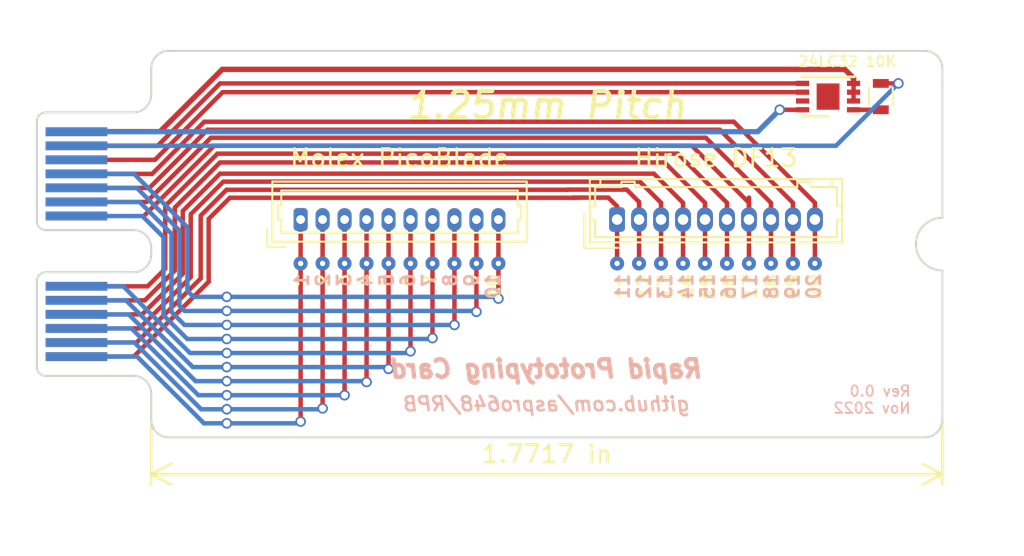
<source format=kicad_pcb>
(kicad_pcb (version 20171130) (host pcbnew "(5.1.10)-1")

  (general
    (thickness 1.6)
    (drawings 15)
    (tracks 208)
    (zones 0)
    (modules 7)
    (nets 27)
  )

  (page A)
  (title_block
    (title "Beetje 32U4 Blok")
    (date 2018-08-10)
    (rev 0.0)
    (company www.MakersBox.us)
    (comment 1 648.ken@gmail.com)
  )

  (layers
    (0 F.Cu signal)
    (31 B.Cu signal)
    (32 B.Adhes user)
    (33 F.Adhes user)
    (34 B.Paste user)
    (35 F.Paste user)
    (36 B.SilkS user)
    (37 F.SilkS user)
    (38 B.Mask user)
    (39 F.Mask user)
    (40 Dwgs.User user)
    (41 Cmts.User user hide)
    (42 Eco1.User user)
    (43 Eco2.User user)
    (44 Edge.Cuts user)
    (45 Margin user)
    (46 B.CrtYd user hide)
    (47 F.CrtYd user)
    (48 B.Fab user hide)
    (49 F.Fab user)
  )

  (setup
    (last_trace_width 0.254)
    (user_trace_width 0.3048)
    (user_trace_width 0.3556)
    (user_trace_width 0.4064)
    (user_trace_width 0.6096)
    (trace_clearance 0.2)
    (zone_clearance 0.35)
    (zone_45_only no)
    (trace_min 0.2)
    (via_size 0.6)
    (via_drill 0.4)
    (via_min_size 0.4)
    (via_min_drill 0.3)
    (uvia_size 0.3)
    (uvia_drill 0.1)
    (uvias_allowed no)
    (uvia_min_size 0.2)
    (uvia_min_drill 0.1)
    (edge_width 0.15)
    (segment_width 0.2)
    (pcb_text_width 0.3)
    (pcb_text_size 1.5 1.5)
    (mod_edge_width 0.15)
    (mod_text_size 1 1)
    (mod_text_width 0.15)
    (pad_size 0.5 3.500001)
    (pad_drill 0)
    (pad_to_mask_clearance 0)
    (aux_axis_origin 0 0)
    (visible_elements 7FFFFFFF)
    (pcbplotparams
      (layerselection 0x010f0_80000001)
      (usegerberextensions false)
      (usegerberattributes true)
      (usegerberadvancedattributes true)
      (creategerberjobfile true)
      (excludeedgelayer true)
      (linewidth 0.100000)
      (plotframeref false)
      (viasonmask false)
      (mode 1)
      (useauxorigin false)
      (hpglpennumber 1)
      (hpglpenspeed 20)
      (hpglpendiameter 15.000000)
      (psnegative false)
      (psa4output false)
      (plotreference true)
      (plotvalue true)
      (plotinvisibletext false)
      (padsonsilk false)
      (subtractmaskfromsilk false)
      (outputformat 1)
      (mirror false)
      (drillshape 0)
      (scaleselection 1)
      (outputdirectory "gerbers/"))
  )

  (net 0 "")
  (net 1 /10)
  (net 2 /01)
  (net 3 /02)
  (net 4 /04)
  (net 5 /05)
  (net 6 /06)
  (net 7 /07)
  (net 8 /08)
  (net 9 /09)
  (net 10 /11)
  (net 11 /12)
  (net 12 /13)
  (net 13 /14)
  (net 14 /15)
  (net 15 /16)
  (net 16 /17)
  (net 17 /18)
  (net 18 /19)
  (net 19 /20)
  (net 20 /03)
  (net 21 /D2_SDA)
  (net 22 GND)
  (net 23 /D3_SCL)
  (net 24 +5V)
  (net 25 /A)
  (net 26 "Net-(R1-Pad1)")

  (net_class Default "This is the default net class."
    (clearance 0.2)
    (trace_width 0.254)
    (via_dia 0.6)
    (via_drill 0.4)
    (uvia_dia 0.3)
    (uvia_drill 0.1)
    (add_net +5V)
    (add_net /01)
    (add_net /02)
    (add_net /03)
    (add_net /04)
    (add_net /05)
    (add_net /06)
    (add_net /07)
    (add_net /08)
    (add_net /09)
    (add_net /10)
    (add_net /11)
    (add_net /12)
    (add_net /13)
    (add_net /14)
    (add_net /15)
    (add_net /16)
    (add_net /17)
    (add_net /18)
    (add_net /19)
    (add_net /20)
    (add_net /A)
    (add_net /D2_SDA)
    (add_net /D3_SCL)
    (add_net GND)
    (add_net "Net-(R1-Pad1)")
  )

  (module Package_DFN_QFN:DFN-8-1EP_3x2mm_P0.5mm_EP1.3x1.5mm (layer F.Cu) (tedit 638826C0) (tstamp 63883CD4)
    (at 45 -18.5 180)
    (descr "8-Lead Plastic Dual Flat, No Lead Package (8MA2) - 2x3x0.6 mm Body [UDFN] (see Atmel-8815-SEEPROM-AT24CS01-02-Datasheet.pdf)")
    (tags "DFN 0.5")
    (path /63E7C52F)
    (attr smd)
    (fp_text reference U1 (at 0 -2.55 180) (layer F.SilkS) hide
      (effects (font (size 1 1) (thickness 0.15)))
    )
    (fp_text value 24LC32 (at 0 2 180) (layer F.SilkS)
      (effects (font (size 0.6 0.6) (thickness 0.1)))
    )
    (fp_line (start 0 -1.125) (end 1.5 -1.125) (layer F.SilkS) (width 0.15))
    (fp_line (start -1.5 1.125) (end 1.5 1.125) (layer F.SilkS) (width 0.15))
    (fp_line (start -2.1 1.3) (end 2.1 1.3) (layer F.CrtYd) (width 0.05))
    (fp_line (start -2.1 -1.3) (end 2.1 -1.3) (layer F.CrtYd) (width 0.05))
    (fp_line (start 2.1 -1.3) (end 2.1 1.3) (layer F.CrtYd) (width 0.05))
    (fp_line (start -2.1 -1.3) (end -2.1 1.3) (layer F.CrtYd) (width 0.05))
    (fp_line (start -1.5 0) (end -0.5 -1) (layer F.Fab) (width 0.15))
    (fp_line (start -1.5 1) (end -1.5 0) (layer F.Fab) (width 0.15))
    (fp_line (start 1.5 1) (end -1.5 1) (layer F.Fab) (width 0.15))
    (fp_line (start 1.5 -1) (end 1.5 1) (layer F.Fab) (width 0.15))
    (fp_line (start -0.5 -1) (end 1.5 -1) (layer F.Fab) (width 0.15))
    (fp_text user %R (at 0 0 270) (layer F.Fab)
      (effects (font (size 0.5 0.5) (thickness 0.075)))
    )
    (pad "" smd rect (at 0.325 0.375 180) (size 0.5 0.6) (layers F.Paste))
    (pad "" smd rect (at 0.325 -0.375 180) (size 0.5 0.6) (layers F.Paste))
    (pad "" smd rect (at -0.325 0.375 180) (size 0.5 0.6) (layers F.Paste))
    (pad "" smd rect (at -0.325 -0.375 180) (size 0.5 0.6) (layers F.Paste))
    (pad 9 smd rect (at 0 0 180) (size 1.3 1.5) (layers F.Cu F.Mask))
    (pad 8 smd rect (at 1.45 -0.75 180) (size 0.75 0.3) (layers F.Cu F.Paste F.Mask)
      (net 24 +5V))
    (pad 7 smd rect (at 1.45 -0.25 180) (size 0.75 0.3) (layers F.Cu F.Paste F.Mask))
    (pad 6 smd rect (at 1.45 0.25 180) (size 0.75 0.3) (layers F.Cu F.Paste F.Mask)
      (net 23 /D3_SCL))
    (pad 5 smd rect (at 1.45 0.75 180) (size 0.75 0.3) (layers F.Cu F.Paste F.Mask)
      (net 21 /D2_SDA))
    (pad 4 smd rect (at -1.45 0.75 180) (size 0.75 0.3) (layers F.Cu F.Paste F.Mask)
      (net 22 GND))
    (pad 3 smd rect (at -1.45 0.25 180) (size 0.75 0.3) (layers F.Cu F.Paste F.Mask)
      (net 22 GND))
    (pad 2 smd rect (at -1.45 -0.25 180) (size 0.75 0.3) (layers F.Cu F.Paste F.Mask)
      (net 22 GND))
    (pad 1 smd rect (at -1.45 -0.75 180) (size 0.75 0.3) (layers F.Cu F.Paste F.Mask)
      (net 26 "Net-(R1-Pad1)"))
    (model ${KISYS3DMOD}/Package_DFN_QFN.3dshapes/DFN-8-1EP_3x2mm_P0.5mm_EP1.3x1.5mm.wrl
      (at (xyz 0 0 0))
      (scale (xyz 1 1 1))
      (rotate (xyz 0 0 0))
    )
  )

  (module footprints:MEC8-113-CARD_2 locked (layer F.Cu) (tedit 637EA67F) (tstamp 6381DF90)
    (at 0 -0.1 90)
    (path /63771AB0)
    (fp_text reference X0 (at 4.375 -1.25 90) (layer F.Fab)
      (effects (font (size 1 1) (thickness 0.15)))
    )
    (fp_text value "Card Edge" (at 10.9 -1 90) (layer F.Fab)
      (effects (font (size 1 1) (thickness 0.15)))
    )
    (fp_line (start -1 47.5) (end -1 7.5) (layer Edge.Cuts) (width 0.12))
    (fp_line (start 21 7.5) (end 21 47.5) (layer Edge.Cuts) (width 0.12))
    (fp_line (start 11.5 51.5) (end 19 51.5) (layer Edge.Cuts) (width 0.12))
    (fp_line (start 8.5 51.5) (end 1 51.5) (layer Edge.Cuts) (width 0.12))
    (fp_line (start 10 11.5) (end 10 48.5) (layer Dwgs.User) (width 0.12))
    (fp_line (start 1 6.5) (end 1.5 6.5) (layer Edge.Cuts) (width 0.12))
    (fp_line (start 18.5 6.5) (end 19 6.5) (layer Edge.Cuts) (width 0.12))
    (fp_line (start 17.5 0.5) (end 17.5 5.5) (layer Edge.Cuts) (width 0.12))
    (fp_line (start 2.5 0.5) (end 2.5 5.5) (layer Edge.Cuts) (width 0.12))
    (fp_line (start 8.4 0.5) (end 8.4 5.5) (layer Edge.Cuts) (width 0.12))
    (fp_line (start 10.8 5.5) (end 10.8 0.5) (layer Edge.Cuts) (width 0.12))
    (fp_line (start 9.4 6.5) (end 9.8 6.5) (layer Edge.Cuts) (width 0.12))
    (fp_line (start 3 0) (end 7.9 0) (layer Edge.Cuts) (width 0.12))
    (fp_line (start 17 0) (end 11.3 0) (layer Edge.Cuts) (width 0.12))
    (fp_line (start 0 6.5) (end 1 6.5) (layer Edge.Cuts) (width 0.12))
    (fp_line (start 19 6.5) (end 20 6.5) (layer Edge.Cuts) (width 0.12))
    (fp_line (start -1 50.5) (end -1 47.5) (layer Edge.Cuts) (width 0.12))
    (fp_line (start 0 51.5) (end 1 51.5) (layer Edge.Cuts) (width 0.12))
    (fp_line (start 19 51.5) (end 20 51.5) (layer Edge.Cuts) (width 0.12))
    (fp_line (start 21 50.5) (end 21 47.5) (layer Edge.Cuts) (width 0.12))
    (fp_arc (start 10 51.5) (end 11.5 51.5) (angle -180) (layer Edge.Cuts) (width 0.12))
    (fp_arc (start 20 50.5) (end 20 51.5) (angle -90) (layer Edge.Cuts) (width 0.12))
    (fp_arc (start 0 50.5) (end -1 50.5) (angle -90) (layer Edge.Cuts) (width 0.12))
    (fp_arc (start 0 7.5) (end 0 6.5) (angle -90) (layer Edge.Cuts) (width 0.12))
    (fp_arc (start 20 7.5) (end 21 7.5) (angle -90) (layer Edge.Cuts) (width 0.12))
    (fp_arc (start 18.5 5.5) (end 17.5 5.5) (angle -90) (layer Edge.Cuts) (width 0.12))
    (fp_arc (start 1.5 5.5) (end 1.5 6.5) (angle -90) (layer Edge.Cuts) (width 0.12))
    (fp_arc (start 9.4 5.5) (end 8.4 5.5) (angle -90) (layer Edge.Cuts) (width 0.12))
    (fp_arc (start 9.8 5.5) (end 9.8 6.5) (angle -90) (layer Edge.Cuts) (width 0.12))
    (fp_arc (start 7.9 0.5) (end 8.4 0.5) (angle -90) (layer Edge.Cuts) (width 0.12))
    (fp_arc (start 11.3 0.5) (end 11.3 0) (angle -90) (layer Edge.Cuts) (width 0.12))
    (fp_arc (start 17 0.5) (end 17.5 0.5) (angle -90) (layer Edge.Cuts) (width 0.12))
    (fp_arc (start 3 0.5) (end 3 0) (angle -90) (layer Edge.Cuts) (width 0.12))
    (fp_arc (start 10 51.5) (end 13.5 51.5) (angle -180) (layer Dwgs.User) (width 0.12))
    (pad 14 smd rect (at 3.6 2.25 90) (size 0.5 3.5) (layers F.Cu F.Paste F.Mask)
      (net 10 /11))
    (pad 1 smd rect (at 3.6 2.25 90) (size 0.5 3.5) (layers B.Cu B.Paste B.Mask)
      (net 2 /01))
    (pad 15 smd rect (at 4.4 2.25 90) (size 0.5 3.5) (layers F.Cu F.Paste F.Mask)
      (net 11 /12))
    (pad 2 smd rect (at 4.4 2.25 90) (size 0.5 3.5) (layers B.Cu B.Paste B.Mask)
      (net 3 /02))
    (pad 16 smd rect (at 5.2 2.25 90) (size 0.5 3.5) (layers F.Cu F.Paste F.Mask)
      (net 12 /13))
    (pad 3 smd rect (at 5.2 2.25 90) (size 0.5 3.5) (layers B.Cu B.Paste B.Mask)
      (net 20 /03))
    (pad 17 smd rect (at 6 2.25 90) (size 0.5 3.5) (layers F.Cu F.Paste F.Mask)
      (net 13 /14))
    (pad 4 smd rect (at 6 2.25 90) (size 0.5 3.5) (layers B.Cu B.Paste B.Mask)
      (net 4 /04))
    (pad 18 smd rect (at 6.8 2.25 90) (size 0.5 3.5) (layers F.Cu F.Paste F.Mask)
      (net 14 /15))
    (pad 5 smd rect (at 6.8 2.25 90) (size 0.5 3.5) (layers B.Cu B.Paste B.Mask)
      (net 5 /05))
    (pad 19 smd rect (at 7.6 2.25 90) (size 0.5 3.5) (layers F.Cu F.Paste F.Mask)
      (net 15 /16))
    (pad 6 smd rect (at 7.6 2.25 90) (size 0.5 3.5) (layers B.Cu B.Paste B.Mask)
      (net 6 /06))
    (pad 20 smd rect (at 11.6 2.25 90) (size 0.5 3.5) (layers F.Cu F.Paste F.Mask)
      (net 16 /17))
    (pad 7 smd rect (at 11.6 2.25 90) (size 0.5 3.5) (layers B.Cu B.Paste B.Mask)
      (net 7 /07))
    (pad 21 smd rect (at 12.4 2.25 90) (size 0.5 3.5) (layers F.Cu F.Paste F.Mask)
      (net 17 /18))
    (pad 8 smd rect (at 12.4 2.25 90) (size 0.5 3.5) (layers B.Cu B.Paste B.Mask)
      (net 8 /08))
    (pad 22 smd rect (at 13.2 2.25 90) (size 0.5 3.5) (layers F.Cu F.Paste F.Mask)
      (net 18 /19))
    (pad 9 smd rect (at 13.2 2.25 90) (size 0.5 3.5) (layers B.Cu B.Paste B.Mask)
      (net 9 /09))
    (pad 23 smd rect (at 14 2.25 90) (size 0.5 3.5) (layers F.Cu F.Paste F.Mask)
      (net 19 /20))
    (pad 10 smd rect (at 14 2.25 90) (size 0.5 3.5) (layers B.Cu B.Paste B.Mask)
      (net 1 /10))
    (pad 24 smd rect (at 14.8 2.25 90) (size 0.5 3.5) (layers F.Cu F.Paste F.Mask)
      (net 23 /D3_SCL))
    (pad 11 smd rect (at 14.8 2.25 90) (size 0.5 3.5) (layers B.Cu B.Paste B.Mask))
    (pad 25 smd rect (at 15.6 2.25 90) (size 0.5 3.5) (layers F.Cu F.Paste F.Mask)
      (net 21 /D2_SDA))
    (pad 12 smd rect (at 15.6 2.25 90) (size 0.5 3.5) (layers B.Cu B.Paste B.Mask)
      (net 25 /A))
    (pad 26 smd rect (at 16.4 2.25 90) (size 0.5 3.5) (layers F.Cu F.Paste F.Mask)
      (net 22 GND))
    (pad 13 smd rect (at 16.4 2.25 90) (size 0.5 3.5) (layers B.Cu B.Paste B.Mask)
      (net 24 +5V))
  )

  (module Connector_Molex:Molex_PicoBlade_53047-1010_1x10_P1.25mm_Vertical (layer F.Cu) (tedit 5B783167) (tstamp 638201B0)
    (at 15 -11.5)
    (descr "Molex PicoBlade Connector System, 53047-1010, 10 Pins per row (http://www.molex.com/pdm_docs/sd/530470610_sd.pdf), generated with kicad-footprint-generator")
    (tags "connector Molex PicoBlade side entry")
    (path /63C231A4)
    (fp_text reference J1 (at 5.62 -3.25) (layer F.Fab)
      (effects (font (size 1 1) (thickness 0.15)))
    )
    (fp_text value "Molex PicoBlade" (at 5.62 -3.5) (layer F.SilkS)
      (effects (font (size 1 1) (thickness 0.15)))
    )
    (fp_line (start -1.5 -2.05) (end -1.5 1.15) (layer F.Fab) (width 0.1))
    (fp_line (start -1.5 1.15) (end 12.75 1.15) (layer F.Fab) (width 0.1))
    (fp_line (start 12.75 1.15) (end 12.75 -2.05) (layer F.Fab) (width 0.1))
    (fp_line (start 12.75 -2.05) (end -1.5 -2.05) (layer F.Fab) (width 0.1))
    (fp_line (start -1.61 -2.16) (end -1.61 1.26) (layer F.SilkS) (width 0.12))
    (fp_line (start -1.61 1.26) (end 12.86 1.26) (layer F.SilkS) (width 0.12))
    (fp_line (start 12.86 1.26) (end 12.86 -2.16) (layer F.SilkS) (width 0.12))
    (fp_line (start 12.86 -2.16) (end -1.61 -2.16) (layer F.SilkS) (width 0.12))
    (fp_line (start 5.625 0.75) (end -1.1 0.75) (layer F.SilkS) (width 0.12))
    (fp_line (start -1.1 0.75) (end -1.1 0) (layer F.SilkS) (width 0.12))
    (fp_line (start -1.1 0) (end -1.3 0) (layer F.SilkS) (width 0.12))
    (fp_line (start -1.3 0) (end -1.3 -0.8) (layer F.SilkS) (width 0.12))
    (fp_line (start -1.3 -0.8) (end -1.1 -0.8) (layer F.SilkS) (width 0.12))
    (fp_line (start -1.1 -0.8) (end -1.1 -1.65) (layer F.SilkS) (width 0.12))
    (fp_line (start -1.1 -1.65) (end 5.625 -1.65) (layer F.SilkS) (width 0.12))
    (fp_line (start 5.625 0.75) (end 12.35 0.75) (layer F.SilkS) (width 0.12))
    (fp_line (start 12.35 0.75) (end 12.35 0) (layer F.SilkS) (width 0.12))
    (fp_line (start 12.35 0) (end 12.55 0) (layer F.SilkS) (width 0.12))
    (fp_line (start 12.55 0) (end 12.55 -0.8) (layer F.SilkS) (width 0.12))
    (fp_line (start 12.55 -0.8) (end 12.35 -0.8) (layer F.SilkS) (width 0.12))
    (fp_line (start 12.35 -0.8) (end 12.35 -1.65) (layer F.SilkS) (width 0.12))
    (fp_line (start 12.35 -1.65) (end 5.625 -1.65) (layer F.SilkS) (width 0.12))
    (fp_line (start -1.9 1.55) (end -1.9 0.55) (layer F.SilkS) (width 0.12))
    (fp_line (start -1.9 1.55) (end -0.9 1.55) (layer F.SilkS) (width 0.12))
    (fp_line (start -0.5 1.15) (end 0 0.442893) (layer F.Fab) (width 0.1))
    (fp_line (start 0 0.442893) (end 0.5 1.15) (layer F.Fab) (width 0.1))
    (fp_line (start -2 -2.55) (end -2 1.65) (layer F.CrtYd) (width 0.05))
    (fp_line (start -2 1.65) (end 13.25 1.65) (layer F.CrtYd) (width 0.05))
    (fp_line (start 13.25 1.65) (end 13.25 -2.55) (layer F.CrtYd) (width 0.05))
    (fp_line (start 13.25 -2.55) (end -2 -2.55) (layer F.CrtYd) (width 0.05))
    (fp_text user %R (at 5.62 -1.35) (layer F.Fab)
      (effects (font (size 1 1) (thickness 0.15)))
    )
    (pad 1 thru_hole roundrect (at 0 0) (size 0.8 1.3) (drill 0.5) (layers *.Cu *.Mask) (roundrect_rratio 0.25)
      (net 2 /01))
    (pad 2 thru_hole oval (at 1.25 0) (size 0.8 1.3) (drill 0.5) (layers *.Cu *.Mask)
      (net 3 /02))
    (pad 3 thru_hole oval (at 2.5 0) (size 0.8 1.3) (drill 0.5) (layers *.Cu *.Mask)
      (net 20 /03))
    (pad 4 thru_hole oval (at 3.75 0) (size 0.8 1.3) (drill 0.5) (layers *.Cu *.Mask)
      (net 4 /04))
    (pad 5 thru_hole oval (at 5 0) (size 0.8 1.3) (drill 0.5) (layers *.Cu *.Mask)
      (net 5 /05))
    (pad 6 thru_hole oval (at 6.25 0) (size 0.8 1.3) (drill 0.5) (layers *.Cu *.Mask)
      (net 6 /06))
    (pad 7 thru_hole oval (at 7.5 0) (size 0.8 1.3) (drill 0.5) (layers *.Cu *.Mask)
      (net 7 /07))
    (pad 8 thru_hole oval (at 8.75 0) (size 0.8 1.3) (drill 0.5) (layers *.Cu *.Mask)
      (net 8 /08))
    (pad 9 thru_hole oval (at 10 0) (size 0.8 1.3) (drill 0.5) (layers *.Cu *.Mask)
      (net 9 /09))
    (pad 10 thru_hole oval (at 11.25 0) (size 0.8 1.3) (drill 0.5) (layers *.Cu *.Mask)
      (net 1 /10))
    (model ${KISYS3DMOD}/Connector_Molex.3dshapes/Molex_PicoBlade_53047-1010_1x10_P1.25mm_Vertical.wrl
      (at (xyz 0 0 0))
      (scale (xyz 1 1 1))
      (rotate (xyz 0 0 0))
    )
  )

  (module footprints:TestPoints_1x10_P1.25mm_Vertical (layer F.Cu) (tedit 6381A7A4) (tstamp 6381F744)
    (at 15 -9)
    (descr "Molex PicoBlade Connector System, 53047-1010, 10 Pins per row (http://www.molex.com/pdm_docs/sd/530470610_sd.pdf), generated with kicad-footprint-generator")
    (tags "connector Molex PicoBlade side entry")
    (path /63C2F9A2)
    (fp_text reference J3 (at 5.62 -1.5) (layer F.SilkS) hide
      (effects (font (size 1 1) (thickness 0.15)))
    )
    (fp_text value TestPoints (at 5.62 1.5) (layer F.Fab)
      (effects (font (size 1 1) (thickness 0.15)))
    )
    (fp_text user %R (at 5.62 -1.35) (layer F.Fab)
      (effects (font (size 1 1) (thickness 0.15)))
    )
    (pad 1 thru_hole circle (at 0 0) (size 0.8 0.8) (drill 0.3) (layers *.Cu *.Mask)
      (net 2 /01))
    (pad 2 thru_hole circle (at 1.25 0) (size 0.8 0.8) (drill 0.3) (layers *.Cu *.Mask)
      (net 3 /02))
    (pad 3 thru_hole circle (at 2.5 0) (size 0.8 0.8) (drill 0.3) (layers *.Cu *.Mask)
      (net 20 /03))
    (pad 4 thru_hole circle (at 3.75 0) (size 0.8 0.8) (drill 0.3) (layers *.Cu *.Mask)
      (net 4 /04))
    (pad 5 thru_hole circle (at 5 0) (size 0.8 0.8) (drill 0.3) (layers *.Cu *.Mask)
      (net 5 /05))
    (pad 6 thru_hole circle (at 6.25 0) (size 0.8 0.8) (drill 0.3) (layers *.Cu *.Mask)
      (net 6 /06))
    (pad 7 thru_hole circle (at 7.5 0) (size 0.8 0.8) (drill 0.3) (layers *.Cu *.Mask)
      (net 7 /07))
    (pad 8 thru_hole circle (at 8.75 0) (size 0.8 0.8) (drill 0.3) (layers *.Cu *.Mask)
      (net 8 /08))
    (pad 9 thru_hole circle (at 10 0) (size 0.8 0.8) (drill 0.3) (layers *.Cu *.Mask)
      (net 9 /09))
    (pad 10 thru_hole circle (at 11.25 0) (size 0.8 0.8) (drill 0.3) (layers *.Cu *.Mask)
      (net 1 /10))
    (model ${KISYS3DMOD}/Connector_Molex.3dshapes/Molex_PicoBlade_53047-1010_1x10_P1.25mm_Vertical.wrl
      (at (xyz 0 0 0))
      (scale (xyz 1 1 1))
      (rotate (xyz 0 0 0))
    )
  )

  (module footprints:TestPoints_1x10_P1.25mm_Vertical (layer F.Cu) (tedit 6381A7A4) (tstamp 6381F752)
    (at 33 -9)
    (descr "Molex PicoBlade Connector System, 53047-1010, 10 Pins per row (http://www.molex.com/pdm_docs/sd/530470610_sd.pdf), generated with kicad-footprint-generator")
    (tags "connector Molex PicoBlade side entry")
    (path /63C2F9B6)
    (fp_text reference J4 (at 5.62 -1.5) (layer F.SilkS) hide
      (effects (font (size 1 1) (thickness 0.15)))
    )
    (fp_text value TestPoints (at 5.62 1.5) (layer F.Fab)
      (effects (font (size 1 1) (thickness 0.15)))
    )
    (fp_text user %R (at 5.62 -1.35) (layer F.Fab)
      (effects (font (size 1 1) (thickness 0.15)))
    )
    (pad 10 thru_hole circle (at 11.25 0) (size 0.8 0.8) (drill 0.3) (layers *.Cu *.Mask)
      (net 19 /20))
    (pad 9 thru_hole circle (at 10 0) (size 0.8 0.8) (drill 0.3) (layers *.Cu *.Mask)
      (net 18 /19))
    (pad 8 thru_hole circle (at 8.75 0) (size 0.8 0.8) (drill 0.3) (layers *.Cu *.Mask)
      (net 17 /18))
    (pad 7 thru_hole circle (at 7.5 0) (size 0.8 0.8) (drill 0.3) (layers *.Cu *.Mask)
      (net 16 /17))
    (pad 6 thru_hole circle (at 6.25 0) (size 0.8 0.8) (drill 0.3) (layers *.Cu *.Mask)
      (net 15 /16))
    (pad 5 thru_hole circle (at 5 0) (size 0.8 0.8) (drill 0.3) (layers *.Cu *.Mask)
      (net 14 /15))
    (pad 4 thru_hole circle (at 3.75 0) (size 0.8 0.8) (drill 0.3) (layers *.Cu *.Mask)
      (net 13 /14))
    (pad 3 thru_hole circle (at 2.5 0) (size 0.8 0.8) (drill 0.3) (layers *.Cu *.Mask)
      (net 12 /13))
    (pad 2 thru_hole circle (at 1.25 0) (size 0.8 0.8) (drill 0.3) (layers *.Cu *.Mask)
      (net 11 /12))
    (pad 1 thru_hole circle (at 0 0) (size 0.8 0.8) (drill 0.3) (layers *.Cu *.Mask)
      (net 10 /11))
    (model ${KISYS3DMOD}/Connector_Molex.3dshapes/Molex_PicoBlade_53047-1010_1x10_P1.25mm_Vertical.wrl
      (at (xyz 0 0 0))
      (scale (xyz 1 1 1))
      (rotate (xyz 0 0 0))
    )
  )

  (module Connector_Hirose:Hirose_DF13-10P-1.25DSA_1x10_P1.25mm_Vertical (layer F.Cu) (tedit 5D246D4C) (tstamp 63820F67)
    (at 33 -11.5)
    (descr "Hirose DF13 through hole, DF13-10P-1.25DSA, 10 Pins per row (https://www.hirose.com/product/en/products/DF13/DF13-2P-1.25DSA%2850%29/), generated with kicad-footprint-generator")
    (tags "connector Hirose DF13 vertical")
    (path /63C2412B)
    (fp_text reference J2 (at 5.62 -3.4) (layer F.Fab)
      (effects (font (size 1 1) (thickness 0.15)))
    )
    (fp_text value "Hirose DF13" (at 5.62 -3.5) (layer F.SilkS)
      (effects (font (size 1 1) (thickness 0.15)))
    )
    (fp_line (start 13.2 -2.7) (end -1.95 -2.7) (layer F.CrtYd) (width 0.05))
    (fp_line (start 13.2 1.7) (end 13.2 -2.7) (layer F.CrtYd) (width 0.05))
    (fp_line (start -1.95 1.7) (end 13.2 1.7) (layer F.CrtYd) (width 0.05))
    (fp_line (start -1.95 -2.7) (end -1.95 1.7) (layer F.CrtYd) (width 0.05))
    (fp_line (start 11 -1.85) (end 12.2 -1.85) (layer F.SilkS) (width 0.12))
    (fp_line (start 11 -2.15) (end 11 -1.85) (layer F.SilkS) (width 0.12))
    (fp_line (start 10.25 -2.15) (end 11 -2.15) (layer F.SilkS) (width 0.12))
    (fp_line (start 10.25 -1.85) (end 10.25 -2.15) (layer F.SilkS) (width 0.12))
    (fp_line (start 1 -1.85) (end 10.25 -1.85) (layer F.SilkS) (width 0.12))
    (fp_line (start 1 -2.15) (end 1 -1.85) (layer F.SilkS) (width 0.12))
    (fp_line (start 0.25 -2.15) (end 1 -2.15) (layer F.SilkS) (width 0.12))
    (fp_line (start 0.25 -1.85) (end 0.25 -2.15) (layer F.SilkS) (width 0.12))
    (fp_line (start -0.95 -1.85) (end 0.25 -1.85) (layer F.SilkS) (width 0.12))
    (fp_line (start 12.2 -1.85) (end 12.2 -2.3) (layer F.SilkS) (width 0.12))
    (fp_line (start 12.5 -1.85) (end 12.2 -1.85) (layer F.SilkS) (width 0.12))
    (fp_line (start 12.5 -0.75) (end 12.5 -1.85) (layer F.SilkS) (width 0.12))
    (fp_line (start 12.8 -0.75) (end 12.5 -0.75) (layer F.SilkS) (width 0.12))
    (fp_line (start -0.95 -1.85) (end -0.95 -2.3) (layer F.SilkS) (width 0.12))
    (fp_line (start -1.25 -1.85) (end -0.95 -1.85) (layer F.SilkS) (width 0.12))
    (fp_line (start -1.25 -0.75) (end -1.25 -1.85) (layer F.SilkS) (width 0.12))
    (fp_line (start -1.55 -0.75) (end -1.25 -0.75) (layer F.SilkS) (width 0.12))
    (fp_line (start 12.5 0) (end 12.8 0) (layer F.SilkS) (width 0.12))
    (fp_line (start 12.5 1) (end 12.5 0) (layer F.SilkS) (width 0.12))
    (fp_line (start -1.25 1) (end 12.5 1) (layer F.SilkS) (width 0.12))
    (fp_line (start -1.25 0) (end -1.25 1) (layer F.SilkS) (width 0.12))
    (fp_line (start -1.55 0) (end -1.25 0) (layer F.SilkS) (width 0.12))
    (fp_line (start 0 0.492893) (end 0.5 1.2) (layer F.Fab) (width 0.1))
    (fp_line (start -0.5 1.2) (end 0 0.492893) (layer F.Fab) (width 0.1))
    (fp_line (start -1.86 1.61) (end 0.05 1.61) (layer F.SilkS) (width 0.12))
    (fp_line (start -1.86 -0.3) (end -1.86 1.61) (layer F.SilkS) (width 0.12))
    (fp_line (start 12.8 -2.3) (end -1.55 -2.3) (layer F.SilkS) (width 0.12))
    (fp_line (start 12.8 1.3) (end 12.8 -2.3) (layer F.SilkS) (width 0.12))
    (fp_line (start -1.55 1.3) (end 12.8 1.3) (layer F.SilkS) (width 0.12))
    (fp_line (start -1.55 -2.3) (end -1.55 1.3) (layer F.SilkS) (width 0.12))
    (fp_line (start 12.7 -2.2) (end -1.45 -2.2) (layer F.Fab) (width 0.1))
    (fp_line (start 12.7 1.2) (end 12.7 -2.2) (layer F.Fab) (width 0.1))
    (fp_line (start -1.45 1.2) (end 12.7 1.2) (layer F.Fab) (width 0.1))
    (fp_line (start -1.45 -2.2) (end -1.45 1.2) (layer F.Fab) (width 0.1))
    (fp_text user %R (at 5.62 -1.5) (layer F.Fab)
      (effects (font (size 1 1) (thickness 0.15)))
    )
    (pad 1 thru_hole roundrect (at 0 0) (size 0.9 1.4) (drill 0.6) (layers *.Cu *.Mask) (roundrect_rratio 0.25)
      (net 10 /11))
    (pad 2 thru_hole oval (at 1.25 0) (size 0.9 1.4) (drill 0.6) (layers *.Cu *.Mask)
      (net 11 /12))
    (pad 3 thru_hole oval (at 2.5 0) (size 0.9 1.4) (drill 0.6) (layers *.Cu *.Mask)
      (net 12 /13))
    (pad 4 thru_hole oval (at 3.75 0) (size 0.9 1.4) (drill 0.6) (layers *.Cu *.Mask)
      (net 13 /14))
    (pad 5 thru_hole oval (at 5 0) (size 0.9 1.4) (drill 0.6) (layers *.Cu *.Mask)
      (net 14 /15))
    (pad 6 thru_hole oval (at 6.25 0) (size 0.9 1.4) (drill 0.6) (layers *.Cu *.Mask)
      (net 15 /16))
    (pad 7 thru_hole oval (at 7.5 0) (size 0.9 1.4) (drill 0.6) (layers *.Cu *.Mask)
      (net 16 /17))
    (pad 8 thru_hole oval (at 8.75 0) (size 0.9 1.4) (drill 0.6) (layers *.Cu *.Mask)
      (net 17 /18))
    (pad 9 thru_hole oval (at 10 0) (size 0.9 1.4) (drill 0.6) (layers *.Cu *.Mask)
      (net 18 /19))
    (pad 10 thru_hole oval (at 11.25 0) (size 0.9 1.4) (drill 0.6) (layers *.Cu *.Mask)
      (net 19 /20))
    (model ${KISYS3DMOD}/Connector_Hirose.3dshapes/Hirose_DF13-10P-1.25DSA_1x10_P1.25mm_Vertical.wrl
      (at (xyz 0 0 0))
      (scale (xyz 1 1 1))
      (rotate (xyz 0 0 0))
    )
  )

  (module footprints:R_0603 (layer F.Cu) (tedit 636E7A48) (tstamp 638D10CB)
    (at 48 -18.5 90)
    (descr "Resistor SMD 0603, reflow soldering, Vishay (see dcrcw.pdf)")
    (tags "resistor 0603")
    (path /63EABA42)
    (attr smd)
    (fp_text reference R1 (at 1.905 0 270) (layer Dwgs.User)
      (effects (font (size 1 1) (thickness 0.15)))
    )
    (fp_text value 10K (at 2 0) (layer F.SilkS)
      (effects (font (size 0.6 0.6) (thickness 0.1)))
    )
    (fp_line (start -0.8 0.4) (end -0.8 -0.4) (layer F.Fab) (width 0.1))
    (fp_line (start 0.8 0.4) (end -0.8 0.4) (layer F.Fab) (width 0.1))
    (fp_line (start 0.8 -0.4) (end 0.8 0.4) (layer F.Fab) (width 0.1))
    (fp_line (start -0.8 -0.4) (end 0.8 -0.4) (layer F.Fab) (width 0.1))
    (fp_line (start 0.5 0.68) (end -0.5 0.68) (layer F.SilkS) (width 0.12))
    (fp_line (start -0.5 -0.68) (end 0.5 -0.68) (layer F.SilkS) (width 0.12))
    (fp_line (start -1.25 -0.7) (end 1.25 -0.7) (layer F.CrtYd) (width 0.05))
    (fp_line (start -1.25 -0.7) (end -1.25 0.7) (layer F.CrtYd) (width 0.05))
    (fp_line (start 1.25 0.7) (end 1.25 -0.7) (layer F.CrtYd) (width 0.05))
    (fp_line (start 1.25 0.7) (end -1.25 0.7) (layer F.CrtYd) (width 0.05))
    (fp_text user %R (at 0 0 270) (layer F.Fab)
      (effects (font (size 0.4 0.4) (thickness 0.075)))
    )
    (pad 1 smd rect (at -0.75 0 90) (size 0.5 0.9) (layers F.Cu F.Paste F.Mask)
      (net 26 "Net-(R1-Pad1)"))
    (pad 2 smd rect (at 0.75 0 90) (size 0.5 0.9) (layers F.Cu F.Paste F.Mask)
      (net 25 /A))
    (model ${KISYS3DMOD}/Resistors_SMD.3dshapes/R_0603.wrl
      (at (xyz 0 0 0))
      (scale (xyz 1 1 1))
      (rotate (xyz 0 0 0))
    )
  )

  (dimension 2.5 (width 0.15) (layer Dwgs.User)
    (gr_text "2.500 mm" (at 54.8 -19.75 270) (layer Dwgs.User)
      (effects (font (size 1 1) (thickness 0.15)))
    )
    (feature1 (pts (xy 45 -18.5) (xy 54.086421 -18.5)))
    (feature2 (pts (xy 45 -21) (xy 54.086421 -21)))
    (crossbar (pts (xy 53.5 -21) (xy 53.5 -18.5)))
    (arrow1a (pts (xy 53.5 -18.5) (xy 52.913579 -19.626504)))
    (arrow1b (pts (xy 53.5 -18.5) (xy 54.086421 -19.626504)))
    (arrow2a (pts (xy 53.5 -21) (xy 52.913579 -19.873496)))
    (arrow2b (pts (xy 53.5 -21) (xy 54.086421 -19.873496)))
  )
  (dimension 6.5 (width 0.15) (layer Dwgs.User)
    (gr_text "6.500 mm" (at 48.25 -23.3) (layer Dwgs.User)
      (effects (font (size 1 1) (thickness 0.15)))
    )
    (feature1 (pts (xy 45 -18) (xy 45 -22.586421)))
    (feature2 (pts (xy 51.5 -18) (xy 51.5 -22.586421)))
    (crossbar (pts (xy 51.5 -22) (xy 45 -22)))
    (arrow1a (pts (xy 45 -22) (xy 46.126504 -22.586421)))
    (arrow1b (pts (xy 45 -22) (xy 46.126504 -21.413579)))
    (arrow2a (pts (xy 51.5 -22) (xy 50.373496 -22.586421)))
    (arrow2b (pts (xy 51.5 -22) (xy 50.373496 -21.413579)))
  )
  (gr_text "11\n12\n13\n14\n15\n16\n17\n18\n19\n20" (at 38.75 -8.5 90) (layer B.SilkS) (tstamp 6381FD52)
    (effects (font (size 0.75 0.75) (thickness 0.15)) (justify left mirror))
  )
  (gr_text "1\n2\n3\n4\n5\n6\n7\n8\n9\n10" (at 20.5 -8.5 90) (layer B.SilkS) (tstamp 6381FD0D)
    (effects (font (size 0.75 0.75) (thickness 0.15)) (justify left mirror))
  )
  (gr_text "11\n12\n13\n14\n15\n16\n17\n18\n19\n20" (at 38.75 -8.5 90) (layer F.SilkS) (tstamp 6381F9D7)
    (effects (font (size 0.75 0.75) (thickness 0.15)) (justify right))
  )
  (gr_text "1\n2\n3\n4\n5\n6\n7\n8\n9\n10" (at 20.5 -8.5 90) (layer F.SilkS)
    (effects (font (size 0.75 0.75) (thickness 0.15)) (justify right))
  )
  (gr_line (start 10.9 -20.8) (end 10.9 0.45) (layer Dwgs.User) (width 0.15))
  (gr_line (start 29 -20) (end 29 0) (layer Dwgs.User) (width 0.15))
  (dimension 22.500222 (width 0.15) (layer Dwgs.User)
    (gr_text "22.500 mm" (at 17.713112 8.249848 359.7453538) (layer Dwgs.User)
      (effects (font (size 1 1) (thickness 0.15)))
    )
    (feature1 (pts (xy 29 0) (xy 28.966283 7.586276)))
    (feature2 (pts (xy 6.5 -0.1) (xy 6.466283 7.486276)))
    (crossbar (pts (xy 6.46889 6.899861) (xy 28.96889 6.999861)))
    (arrow1a (pts (xy 28.96889 6.999861) (xy 27.839791 7.581269)))
    (arrow1b (pts (xy 28.96889 6.999861) (xy 27.845004 6.408439)))
    (arrow2a (pts (xy 6.46889 6.899861) (xy 7.592776 7.491283)))
    (arrow2b (pts (xy 6.46889 6.899861) (xy 7.597989 6.318453)))
  )
  (dimension 45 (width 0.15) (layer F.SilkS)
    (gr_text "45.000 mm" (at 29 4.3) (layer F.SilkS)
      (effects (font (size 1 1) (thickness 0.15)))
    )
    (feature1 (pts (xy 51.5 -0.1) (xy 51.5 3.586421)))
    (feature2 (pts (xy 6.5 -0.1) (xy 6.5 3.586421)))
    (crossbar (pts (xy 6.5 3) (xy 51.5 3)))
    (arrow1a (pts (xy 51.5 3) (xy 50.373496 3.586421)))
    (arrow1b (pts (xy 51.5 3) (xy 50.373496 2.413579)))
    (arrow2a (pts (xy 6.5 3) (xy 7.626504 3.586421)))
    (arrow2b (pts (xy 6.5 3) (xy 7.626504 2.413579)))
  )
  (gr_text "Rev 0.0\nNov 2022" (at 49.75 -1.25) (layer B.SilkS)
    (effects (font (size 0.6 0.6) (thickness 0.1)) (justify left mirror))
  )
  (gr_text github.com/aspro648/RPB (at 29 -1) (layer B.SilkS)
    (effects (font (size 0.8 0.8) (thickness 0.15) italic) (justify mirror))
  )
  (gr_line (start 9.75 -19.5) (end 9.75 -0.5) (layer Dwgs.User) (width 0.1))
  (gr_text "1.25mm Pitch" (at 29 -18) (layer F.SilkS)
    (effects (font (size 1.5 1.5) (thickness 0.25) italic))
  )
  (gr_text "Rapid Prototyping Card" (at 29 -3) (layer B.SilkS)
    (effects (font (size 1 1) (thickness 0.25) italic) (justify mirror))
  )

  (segment (start 2.25 -14.1) (end 5.5262 -14.099999) (width 0.254) (layer B.Cu) (net 1) (status 10))
  (segment (start 5.5262 -14.099999) (end 8.56203 -11.064171) (width 0.254) (layer B.Cu) (net 1))
  (segment (start 8.56203 -11.064171) (end 8.56203 -7.780037) (width 0.254) (layer B.Cu) (net 1))
  (segment (start 8.56203 -7.780037) (end 8.56203 -7.43797) (width 0.254) (layer B.Cu) (net 1))
  (via (at 10.8 -7.100024) (size 0.6) (drill 0.4) (layers F.Cu B.Cu) (net 1))
  (segment (start 8.899976 -7.100024) (end 10.8 -7.100024) (width 0.254) (layer B.Cu) (net 1))
  (segment (start 8.56203 -7.43797) (end 8.899976 -7.100024) (width 0.254) (layer B.Cu) (net 1))
  (segment (start 26.25 -9) (end 26.25 -11.5) (width 0.254) (layer F.Cu) (net 1) (status 30))
  (via (at 26.25 -7) (size 0.6) (drill 0.4) (layers F.Cu B.Cu) (net 1))
  (segment (start 26.149976 -7.100024) (end 26.25 -7) (width 0.254) (layer B.Cu) (net 1))
  (segment (start 10.8 -7.100024) (end 26.149976 -7.100024) (width 0.254) (layer B.Cu) (net 1))
  (segment (start 26.25 -7) (end 26.25 -9) (width 0.254) (layer F.Cu) (net 1) (status 20))
  (via (at 10.8 0.1) (size 0.6) (drill 0.4) (layers F.Cu B.Cu) (net 2))
  (segment (start 9.5 0.1) (end 10.8 0.1) (width 0.254) (layer B.Cu) (net 2))
  (segment (start 5.7 -3.7) (end 9.5 0.1) (width 0.254) (layer B.Cu) (net 2))
  (segment (start 2.25 -3.7) (end 5.7 -3.7) (width 0.254) (layer B.Cu) (net 2) (status 10))
  (segment (start 15 -9) (end 15 -11.5) (width 0.254) (layer F.Cu) (net 2) (status 30))
  (via (at 15 0) (size 0.6) (drill 0.4) (layers F.Cu B.Cu) (net 2))
  (segment (start 14.9 0.1) (end 15 0) (width 0.254) (layer B.Cu) (net 2))
  (segment (start 10.8 0.1) (end 14.9 0.1) (width 0.254) (layer B.Cu) (net 2))
  (segment (start 15 0) (end 15 -9) (width 0.254) (layer F.Cu) (net 2) (status 20))
  (segment (start 2.25 -4.5) (end 5.542066 -4.5) (width 0.254) (layer B.Cu) (net 3) (status 10))
  (via (at 10.8 -0.7) (size 0.6) (drill 0.4) (layers F.Cu B.Cu) (net 3))
  (segment (start 9.342066 -0.7) (end 10.8 -0.7) (width 0.254) (layer B.Cu) (net 3))
  (segment (start 5.542066 -4.5) (end 9.342066 -0.7) (width 0.254) (layer B.Cu) (net 3))
  (segment (start 16.25 -9) (end 16.25 -11.5) (width 0.254) (layer F.Cu) (net 3) (status 30))
  (via (at 16.25 -0.75) (size 0.6) (drill 0.4) (layers F.Cu B.Cu) (net 3))
  (segment (start 16.2 -0.7) (end 16.25 -0.75) (width 0.254) (layer B.Cu) (net 3))
  (segment (start 10.8 -0.7) (end 16.2 -0.7) (width 0.254) (layer B.Cu) (net 3))
  (segment (start 16.25 -0.75) (end 16.25 -9) (width 0.254) (layer F.Cu) (net 3) (status 20))
  (segment (start 2.25 -6.1) (end 5.226198 -6.1) (width 0.254) (layer B.Cu) (net 4) (status 10))
  (via (at 10.8 -2.300006) (size 0.6) (drill 0.4) (layers F.Cu B.Cu) (net 4))
  (segment (start 9.026192 -2.300006) (end 10.8 -2.300006) (width 0.254) (layer B.Cu) (net 4))
  (segment (start 5.226198 -6.1) (end 9.026192 -2.300006) (width 0.254) (layer B.Cu) (net 4))
  (segment (start 18.75 -9) (end 18.75 -11.5) (width 0.254) (layer F.Cu) (net 4) (status 30))
  (via (at 18.75 -2.25) (size 0.6) (drill 0.4) (layers F.Cu B.Cu) (net 4))
  (segment (start 18.699994 -2.300006) (end 18.75 -2.25) (width 0.254) (layer B.Cu) (net 4))
  (segment (start 10.8 -2.300006) (end 18.699994 -2.300006) (width 0.254) (layer B.Cu) (net 4))
  (segment (start 18.75 -2.25) (end 18.75 -9) (width 0.254) (layer F.Cu) (net 4) (status 20))
  (segment (start 5.068265 -6.9) (end 5.680208 -6.288056) (width 0.254) (layer B.Cu) (net 5))
  (segment (start 2.25 -6.9) (end 5.068265 -6.9) (width 0.254) (layer B.Cu) (net 5) (status 10))
  (via (at 10.8 -3.100009) (size 0.6) (drill 0.4) (layers F.Cu B.Cu) (net 5))
  (segment (start 8.868255 -3.100009) (end 10.8 -3.100009) (width 0.254) (layer B.Cu) (net 5))
  (segment (start 5.680208 -6.288056) (end 8.868255 -3.100009) (width 0.254) (layer B.Cu) (net 5))
  (segment (start 20 -9) (end 20 -8.75) (width 0.254) (layer F.Cu) (net 5) (status 30))
  (segment (start 20 -8.75) (end 20 -11.5) (width 0.254) (layer F.Cu) (net 5) (status 30))
  (via (at 20 -3) (size 0.6) (drill 0.4) (layers F.Cu B.Cu) (net 5))
  (segment (start 19.899991 -3.100009) (end 20 -3) (width 0.254) (layer B.Cu) (net 5))
  (segment (start 10.8 -3.100009) (end 19.899991 -3.100009) (width 0.254) (layer B.Cu) (net 5))
  (segment (start 20 -3) (end 20 -9) (width 0.254) (layer F.Cu) (net 5) (status 20))
  (via (at 10.8 -3.900012) (size 0.6) (drill 0.4) (layers F.Cu B.Cu) (net 6))
  (segment (start 21.25 -9) (end 21.25 -11.5) (width 0.254) (layer F.Cu) (net 6) (status 30))
  (via (at 21.25 -4) (size 0.6) (drill 0.4) (layers F.Cu B.Cu) (net 6))
  (segment (start 21.150012 -3.900012) (end 21.25 -4) (width 0.254) (layer B.Cu) (net 6))
  (segment (start 10.8 -3.900012) (end 21.150012 -3.900012) (width 0.254) (layer B.Cu) (net 6))
  (segment (start 21.25 -4) (end 21.25 -9) (width 0.254) (layer F.Cu) (net 6) (status 20))
  (segment (start 8.710318 -3.900012) (end 10.8 -3.900012) (width 0.254) (layer B.Cu) (net 6))
  (segment (start 4.910329 -7.7) (end 8.710318 -3.900012) (width 0.254) (layer B.Cu) (net 6))
  (segment (start 2.25 -7.7) (end 4.910329 -7.7) (width 0.254) (layer B.Cu) (net 6) (status 10))
  (segment (start 2.25 -11.7) (end 6 -11.7) (width 0.254) (layer B.Cu) (net 7) (status 10))
  (segment (start 6 -11.7) (end 7.2 -10.5) (width 0.254) (layer B.Cu) (net 7))
  (segment (start 7.2 -10.5) (end 7.2 -6.1) (width 0.254) (layer B.Cu) (net 7))
  (segment (start 7.2 -6.1) (end 7.2 -6.052396) (width 0.254) (layer B.Cu) (net 7))
  (via (at 10.8 -4.700015) (size 0.6) (drill 0.4) (layers F.Cu B.Cu) (net 7))
  (segment (start 8.552381 -4.700015) (end 10.8 -4.700015) (width 0.254) (layer B.Cu) (net 7))
  (segment (start 7.2 -6.052396) (end 8.552381 -4.700015) (width 0.254) (layer B.Cu) (net 7))
  (segment (start 22.5 -9) (end 22.5 -11.5) (width 0.254) (layer F.Cu) (net 7) (status 30))
  (segment (start 22.450015 -4.700015) (end 22.5 -4.75) (width 0.254) (layer B.Cu) (net 7))
  (via (at 22.5 -4.75) (size 0.6) (drill 0.4) (layers F.Cu B.Cu) (net 7))
  (segment (start 10.8 -4.700015) (end 22.450015 -4.700015) (width 0.254) (layer B.Cu) (net 7))
  (segment (start 22.5 -4.75) (end 22.5 -9) (width 0.254) (layer F.Cu) (net 7) (status 20))
  (segment (start 5.842066 -12.5) (end 7.65401 -10.688057) (width 0.254) (layer B.Cu) (net 8))
  (segment (start 7.65401 -10.688057) (end 7.65401 -6.84599) (width 0.254) (layer B.Cu) (net 8))
  (segment (start 2.25 -12.5) (end 5.842066 -12.5) (width 0.254) (layer B.Cu) (net 8) (status 10))
  (segment (start 7.65401 -6.84599) (end 7.65401 -6.240452) (width 0.254) (layer B.Cu) (net 8))
  (segment (start 8.394444 -5.500018) (end 10.8 -5.500018) (width 0.254) (layer B.Cu) (net 8))
  (via (at 10.8 -5.500018) (size 0.6) (drill 0.4) (layers F.Cu B.Cu) (net 8))
  (segment (start 7.65401 -6.240452) (end 8.394444 -5.500018) (width 0.254) (layer B.Cu) (net 8))
  (segment (start 23.75 -9) (end 23.75 -11.5) (width 0.254) (layer F.Cu) (net 8) (status 30))
  (via (at 23.75 -5.5) (size 0.6) (drill 0.4) (layers F.Cu B.Cu) (net 8))
  (segment (start 23.749982 -5.500018) (end 23.75 -5.5) (width 0.254) (layer B.Cu) (net 8))
  (segment (start 10.8 -5.500018) (end 23.749982 -5.500018) (width 0.254) (layer B.Cu) (net 8))
  (segment (start 23.75 -9) (end 23.75 -5.5) (width 0.254) (layer F.Cu) (net 8) (status 10))
  (segment (start 5.684133 -13.3) (end 8.10802 -10.876114) (width 0.254) (layer B.Cu) (net 9))
  (segment (start 8.10802 -10.876114) (end 8.10802 -7.59198) (width 0.254) (layer B.Cu) (net 9))
  (segment (start 8.10802 -7.59198) (end 8.10802 -6.59198) (width 0.254) (layer B.Cu) (net 9))
  (via (at 10.8 -6.300021) (size 0.6) (drill 0.4) (layers F.Cu B.Cu) (net 9))
  (segment (start 8.399979 -6.300021) (end 10.8 -6.300021) (width 0.254) (layer B.Cu) (net 9))
  (segment (start 8.10802 -6.59198) (end 8.399979 -6.300021) (width 0.254) (layer B.Cu) (net 9))
  (segment (start 25 -9) (end 25 -11.5) (width 0.254) (layer F.Cu) (net 9) (status 30))
  (via (at 25 -6.25) (size 0.6) (drill 0.4) (layers F.Cu B.Cu) (net 9))
  (segment (start 24.949979 -6.300021) (end 25 -6.25) (width 0.254) (layer B.Cu) (net 9))
  (segment (start 10.8 -6.300021) (end 24.949979 -6.300021) (width 0.254) (layer B.Cu) (net 9))
  (segment (start 25 -6.25) (end 25 -9) (width 0.254) (layer F.Cu) (net 9) (status 20))
  (segment (start 2.25 -13.3) (end 5.684134 -13.3) (width 0.254) (layer B.Cu) (net 9) (status 10))
  (segment (start 5.510334 -3.7) (end 9.77005 -7.959715) (width 0.254) (layer F.Cu) (net 10))
  (segment (start 2.25 -3.7) (end 5.510334 -3.7) (width 0.254) (layer F.Cu) (net 10) (status 10))
  (segment (start 9.77005 -11.536488) (end 10.9744 -12.740838) (width 0.254) (layer F.Cu) (net 10))
  (segment (start 9.77005 -7.959715) (end 9.77005 -11.536488) (width 0.254) (layer F.Cu) (net 10))
  (segment (start 33 -9) (end 33 -11.5) (width 0.254) (layer F.Cu) (net 10) (status 30))
  (segment (start 32.5 -12.75) (end 30.518324 -12.75) (width 0.254) (layer F.Cu) (net 10))
  (segment (start 33 -12.25) (end 32.5 -12.75) (width 0.254) (layer F.Cu) (net 10))
  (segment (start 30.518324 -12.75) (end 30.509162 -12.740838) (width 0.254) (layer F.Cu) (net 10))
  (segment (start 30.509162 -12.740838) (end 30.840838 -12.740838) (width 0.254) (layer F.Cu) (net 10))
  (segment (start 33 -11.5) (end 33 -12.25) (width 0.254) (layer F.Cu) (net 10) (status 10))
  (segment (start 10.9744 -12.740838) (end 30.509162 -12.740838) (width 0.254) (layer F.Cu) (net 10))
  (segment (start 34.25 -9) (end 34.25 -11.5) (width 0.254) (layer F.Cu) (net 11) (status 30))
  (segment (start 34.25 -11.5) (end 34.25 -12.5) (width 0.254) (layer F.Cu) (net 11))
  (segment (start 30.20401 -13.20401) (end 30.194848 -13.194848) (width 0.254) (layer F.Cu) (net 11))
  (segment (start 33.54599 -13.20401) (end 30.20401 -13.20401) (width 0.254) (layer F.Cu) (net 11))
  (segment (start 34.25 -12.5) (end 33.54599 -13.20401) (width 0.254) (layer F.Cu) (net 11))
  (segment (start 10.786343 -13.194848) (end 9.31604 -11.724545) (width 0.254) (layer F.Cu) (net 11))
  (segment (start 30.194848 -13.194848) (end 10.786343 -13.194848) (width 0.254) (layer F.Cu) (net 11))
  (segment (start 9.31604 -11.724545) (end 9.31604 -8.147771) (width 0.254) (layer F.Cu) (net 11))
  (segment (start 5.668269 -4.5) (end 2.25 -4.5) (width 0.254) (layer F.Cu) (net 11))
  (segment (start 9.31604 -8.147771) (end 5.668269 -4.5) (width 0.254) (layer F.Cu) (net 11))
  (segment (start 35.5 -9) (end 35.5 -11.5) (width 0.254) (layer F.Cu) (net 12) (status 30))
  (segment (start 35.5 -12.454) (end 34.29598 -13.65802) (width 0.254) (layer F.Cu) (net 12))
  (segment (start 35.5 -11.5) (end 35.5 -12.454) (width 0.254) (layer F.Cu) (net 12))
  (segment (start 10.607448 -13.65802) (end 8.75 -11.800572) (width 0.254) (layer F.Cu) (net 12))
  (segment (start 34.29598 -13.65802) (end 10.607448 -13.65802) (width 0.254) (layer F.Cu) (net 12))
  (segment (start 8.75 -11.800572) (end 8.75 -8.223797) (width 0.254) (layer F.Cu) (net 12))
  (segment (start 5.826203 -5.3) (end 2.25 -5.3) (width 0.254) (layer F.Cu) (net 12))
  (segment (start 8.75 -8.223797) (end 5.826203 -5.3) (width 0.254) (layer F.Cu) (net 12))
  (segment (start 36.75 -9) (end 36.75 -11.5) (width 0.254) (layer F.Cu) (net 13) (status 30))
  (segment (start 5.984137 -6.1) (end 2.25 -6.1) (width 0.254) (layer F.Cu) (net 13))
  (segment (start 8.29599 -8.411853) (end 5.984137 -6.1) (width 0.254) (layer F.Cu) (net 13))
  (segment (start 8.29599 -11.988629) (end 8.29599 -8.411853) (width 0.254) (layer F.Cu) (net 13))
  (segment (start 10.419391 -14.11203) (end 8.29599 -11.988629) (width 0.254) (layer F.Cu) (net 13))
  (segment (start 35.09197 -14.11203) (end 10.419391 -14.11203) (width 0.254) (layer F.Cu) (net 13))
  (segment (start 36.75 -12.454) (end 35.09197 -14.11203) (width 0.254) (layer F.Cu) (net 13))
  (segment (start 36.75 -11.5) (end 36.75 -12.454) (width 0.254) (layer F.Cu) (net 13))
  (segment (start 38 -9) (end 38 -11.5) (width 0.254) (layer F.Cu) (net 14) (status 30))
  (segment (start 38 -12.454) (end 35.704 -14.75) (width 0.254) (layer F.Cu) (net 14))
  (segment (start 38 -11.5) (end 38 -12.454) (width 0.254) (layer F.Cu) (net 14))
  (segment (start 10.415295 -14.75) (end 7.84198 -12.176686) (width 0.254) (layer F.Cu) (net 14))
  (segment (start 35.704 -14.75) (end 10.415295 -14.75) (width 0.254) (layer F.Cu) (net 14))
  (segment (start 7.84198 -12.176686) (end 7.84198 -8.599909) (width 0.254) (layer F.Cu) (net 14))
  (segment (start 6.142071 -6.9) (end 2.25 -6.9) (width 0.254) (layer F.Cu) (net 14))
  (segment (start 7.84198 -8.599909) (end 6.142071 -6.9) (width 0.254) (layer F.Cu) (net 14))
  (segment (start 39.25 -9) (end 39.25 -11.5) (width 0.254) (layer F.Cu) (net 15) (status 30))
  (segment (start 6.300005 -7.7) (end 2.25 -7.7) (width 0.254) (layer F.Cu) (net 15))
  (segment (start 7.29925 -8.699245) (end 6.300005 -7.7) (width 0.254) (layer F.Cu) (net 15))
  (segment (start 7.29925 -12.276023) (end 7.29925 -8.699245) (width 0.254) (layer F.Cu) (net 15))
  (segment (start 10.273227 -15.25) (end 7.29925 -12.276023) (width 0.254) (layer F.Cu) (net 15))
  (segment (start 39.25 -12.454) (end 36.454 -15.25) (width 0.254) (layer F.Cu) (net 15))
  (segment (start 36.454 -15.25) (end 10.273227 -15.25) (width 0.254) (layer F.Cu) (net 15))
  (segment (start 39.25 -11.5) (end 39.25 -12.454) (width 0.254) (layer F.Cu) (net 15))
  (segment (start 40.5 -9) (end 40.5 -11.5) (width 0.254) (layer F.Cu) (net 16) (status 30))
  (segment (start 40.5 -11.5) (end 40.5 -12.75) (width 0.254) (layer F.Cu) (net 16))
  (segment (start 6.08116 -11.7) (end 2.25 -11.7) (width 0.254) (layer F.Cu) (net 16))
  (segment (start 10.08517 -15.70401) (end 6.08116 -11.7) (width 0.254) (layer F.Cu) (net 16))
  (segment (start 37.24999 -15.70401) (end 10.08517 -15.70401) (width 0.254) (layer F.Cu) (net 16))
  (segment (start 40.5 -12.454) (end 37.24999 -15.70401) (width 0.254) (layer F.Cu) (net 16))
  (segment (start 40.5 -11.5) (end 40.5 -12.454) (width 0.254) (layer F.Cu) (net 16))
  (segment (start 41.75 -9) (end 41.75 -11.5) (width 0.254) (layer F.Cu) (net 17) (status 30))
  (segment (start 41.75 -12.454) (end 38.04598 -16.15802) (width 0.254) (layer F.Cu) (net 17))
  (segment (start 41.75 -11.5) (end 41.75 -12.454) (width 0.254) (layer F.Cu) (net 17))
  (segment (start 6.239093 -12.5) (end 2.25 -12.5) (width 0.254) (layer F.Cu) (net 17))
  (segment (start 9.897113 -16.15802) (end 6.239093 -12.5) (width 0.254) (layer F.Cu) (net 17))
  (segment (start 38.04598 -16.15802) (end 9.897113 -16.15802) (width 0.254) (layer F.Cu) (net 17))
  (segment (start 43 -9) (end 43 -11.5) (width 0.254) (layer F.Cu) (net 18) (status 30))
  (segment (start 43 -12.454) (end 38.84197 -16.61203) (width 0.254) (layer F.Cu) (net 18))
  (segment (start 43 -11.5) (end 43 -12.454) (width 0.254) (layer F.Cu) (net 18))
  (segment (start 6.397026 -13.3) (end 2.25 -13.3) (width 0.254) (layer F.Cu) (net 18))
  (segment (start 9.709056 -16.61203) (end 6.397026 -13.3) (width 0.254) (layer F.Cu) (net 18))
  (segment (start 38.84197 -16.61203) (end 9.709056 -16.61203) (width 0.254) (layer F.Cu) (net 18))
  (segment (start 44.25 -9) (end 44.25 -11.5) (width 0.254) (layer F.Cu) (net 19) (status 30))
  (segment (start 44.25 -12.454) (end 39.63796 -17.06604) (width 0.254) (layer F.Cu) (net 19))
  (segment (start 44.25 -11.5) (end 44.25 -12.454) (width 0.254) (layer F.Cu) (net 19))
  (segment (start 6.554959 -14.1) (end 2.25 -14.1) (width 0.254) (layer F.Cu) (net 19))
  (segment (start 9.520999 -17.06604) (end 6.554959 -14.1) (width 0.254) (layer F.Cu) (net 19))
  (segment (start 39.63796 -17.06604) (end 9.520999 -17.06604) (width 0.254) (layer F.Cu) (net 19))
  (segment (start 2.25 -5.3) (end 5.384132 -5.3) (width 0.254) (layer B.Cu) (net 20) (status 10))
  (via (at 10.8 -1.500003) (size 0.6) (drill 0.4) (layers F.Cu B.Cu) (net 20))
  (segment (start 9.184129 -1.500003) (end 10.8 -1.500003) (width 0.254) (layer B.Cu) (net 20))
  (segment (start 5.384132 -5.3) (end 9.184129 -1.500003) (width 0.254) (layer B.Cu) (net 20))
  (segment (start 17.5 -9) (end 17.5 -11.5) (width 0.254) (layer F.Cu) (net 20) (status 30))
  (via (at 17.5 -1.5) (size 0.6) (drill 0.4) (layers F.Cu B.Cu) (net 20))
  (segment (start 17.499997 -1.500003) (end 17.5 -1.5) (width 0.254) (layer B.Cu) (net 20))
  (segment (start 10.8 -1.500003) (end 17.499997 -1.500003) (width 0.254) (layer B.Cu) (net 20))
  (segment (start 17.5 -1.5) (end 17.5 -9) (width 0.254) (layer F.Cu) (net 20) (status 20))
  (segment (start 2.25 -15.7) (end 6.870826 -15.7) (width 0.254) (layer F.Cu) (net 21))
  (segment (start 43.55 -19.25) (end 10.420827 -19.25) (width 0.254) (layer F.Cu) (net 21))
  (segment (start 8.960414 -17.789587) (end 8.960413 -17.789587) (width 0.254) (layer F.Cu) (net 21))
  (segment (start 10.420827 -19.25) (end 8.960414 -17.789587) (width 0.254) (layer F.Cu) (net 21))
  (segment (start 6.870826 -15.7) (end 8.960413 -17.789587) (width 0.254) (layer F.Cu) (net 21))
  (segment (start 46.45 -18.25) (end 46.45 -18.75) (width 0.254) (layer F.Cu) (net 22))
  (segment (start 46.45 -18.75) (end 46.45 -19.25) (width 0.254) (layer F.Cu) (net 22))
  (segment (start 45.95 -20.05) (end 10.542839 -20.05) (width 0.3048) (layer F.Cu) (net 22))
  (segment (start 46.45 -19.25) (end 46.45 -19.55) (width 0.3048) (layer F.Cu) (net 22))
  (segment (start 46.45 -19.55) (end 45.95 -20.05) (width 0.3048) (layer F.Cu) (net 22))
  (segment (start 10.542839 -20.05) (end 6.992839 -16.5) (width 0.3048) (layer F.Cu) (net 22))
  (segment (start 6.992839 -16.5) (end 2.25 -16.5) (width 0.3048) (layer F.Cu) (net 22))
  (segment (start 6.712893 -14.9) (end 9.332942 -17.52005) (width 0.254) (layer F.Cu) (net 23))
  (segment (start 2.25 -14.9) (end 6.712893 -14.9) (width 0.254) (layer F.Cu) (net 23))
  (segment (start 10.562892 -18.75) (end 9.332942 -17.52005) (width 0.254) (layer F.Cu) (net 23))
  (segment (start 43.55 -18.75) (end 10.562892 -18.75) (width 0.254) (layer F.Cu) (net 23))
  (via (at 42.25 -17.75) (size 0.6) (drill 0.4) (layers F.Cu B.Cu) (net 24))
  (segment (start 41 -16.5) (end 42.25 -17.75) (width 0.3048) (layer B.Cu) (net 24))
  (segment (start 2.25 -16.5) (end 41 -16.5) (width 0.3048) (layer B.Cu) (net 24))
  (segment (start 43.55 -17.75) (end 42.25 -17.75) (width 0.254) (layer F.Cu) (net 24))
  (segment (start 2.25 -15.7) (end 43.45 -15.7) (width 0.254) (layer B.Cu) (net 25))
  (via (at 49 -19.25) (size 0.6) (drill 0.4) (layers F.Cu B.Cu) (net 25))
  (segment (start 45.45 -15.7) (end 49 -19.25) (width 0.254) (layer B.Cu) (net 25))
  (segment (start 43.45 -15.7) (end 45.45 -15.7) (width 0.254) (layer B.Cu) (net 25))
  (segment (start 49 -19.25) (end 48 -19.25) (width 0.254) (layer F.Cu) (net 25))
  (segment (start 48 -17.75) (end 46.45 -17.75) (width 0.254) (layer F.Cu) (net 26))

)

</source>
